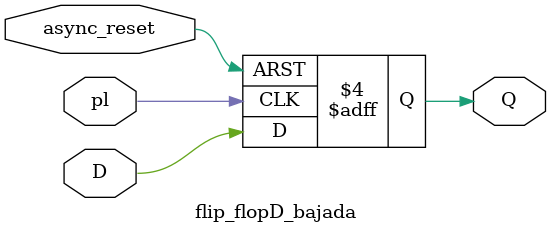
<source format=v>
`timescale 1ns / 1ps
module flip_flopD_bajada(D,pl,async_reset,Q);
input D; // Data input 
input pl; // clock input 
input async_reset; // asynchronous reset high level 
output reg Q=0; // output Q 
always @(negedge pl or posedge async_reset) 
begin
 if(async_reset==1'b1)
  Q <= 1'b0; 
 else 
  Q <= D; 
end 
endmodule
</source>
